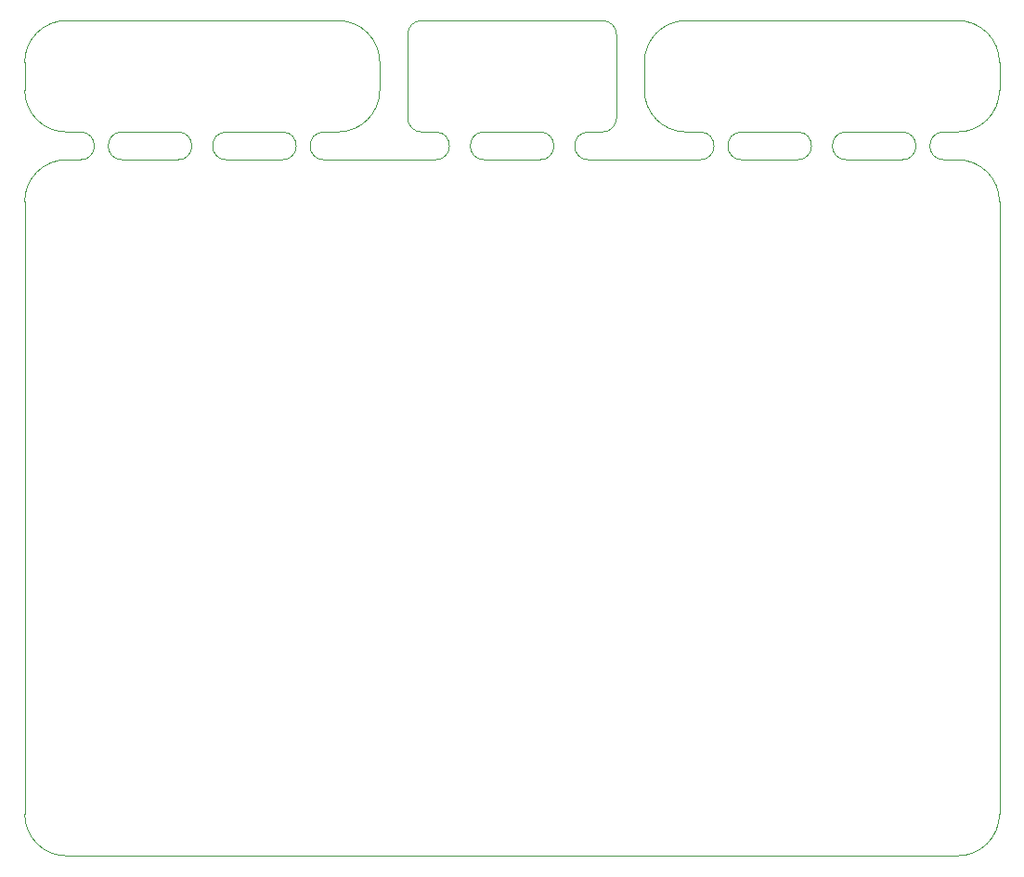
<source format=gbr>
%TF.GenerationSoftware,KiCad,Pcbnew,7.0.1-0*%
%TF.CreationDate,2023-03-30T00:17:17-04:00*%
%TF.ProjectId,CHRP400,43485250-3430-4302-9e6b-696361645f70,0*%
%TF.SameCoordinates,Original*%
%TF.FileFunction,Profile,NP*%
%FSLAX46Y46*%
G04 Gerber Fmt 4.6, Leading zero omitted, Abs format (unit mm)*
G04 Created by KiCad (PCBNEW 7.0.1-0) date 2023-03-30 00:17:17*
%MOMM*%
%LPD*%
G01*
G04 APERTURE LIST*
%TA.AperFunction,Profile*%
%ADD10C,0.050800*%
%TD*%
G04 APERTURE END LIST*
D10*
X153035000Y-57150000D02*
X163195000Y-57150000D01*
X155575000Y-45720000D02*
G75*
G03*
X154305000Y-44450000I-1270000J0D01*
G01*
X176530000Y-57150000D02*
X181610000Y-57150000D01*
X101600000Y-60960000D02*
X101600000Y-116840000D01*
X128905000Y-54610000D02*
G75*
G03*
X128905000Y-57150000I0J-1270000D01*
G01*
X158115000Y-48260000D02*
X158115000Y-50800000D01*
X128905000Y-57150000D02*
X139065000Y-57150000D01*
X155575000Y-45720000D02*
X155575000Y-53340000D01*
X153035000Y-54610000D02*
X154305000Y-54610000D01*
X167005000Y-54610000D02*
G75*
G03*
X167005000Y-57150000I0J-1270000D01*
G01*
X128905000Y-54610000D02*
X130175000Y-54610000D01*
X136525000Y-53340000D02*
G75*
G03*
X137795000Y-54610000I1270000J0D01*
G01*
X130175000Y-54610000D02*
G75*
G03*
X133985000Y-50800000I0J3810000D01*
G01*
X115570000Y-57150000D02*
G75*
G03*
X115570000Y-54610000I0J1270000D01*
G01*
X133985000Y-48260000D02*
X133985000Y-50800000D01*
X186690000Y-54610000D02*
X185420000Y-54610000D01*
X105410000Y-120650000D02*
X186690000Y-120650000D01*
X158115000Y-50800000D02*
G75*
G03*
X161925000Y-54610000I3810000J0D01*
G01*
X190500000Y-116840000D02*
X190500000Y-60960000D01*
X133985000Y-48260000D02*
G75*
G03*
X130175000Y-44450000I-3810000J0D01*
G01*
X105410000Y-44450000D02*
G75*
G03*
X101600000Y-48260000I0J-3810000D01*
G01*
X101600000Y-50800000D02*
G75*
G03*
X105410000Y-54610000I3810000J0D01*
G01*
X176530000Y-54610000D02*
G75*
G03*
X176530000Y-57150000I0J-1270000D01*
G01*
X161925000Y-54610000D02*
X163195000Y-54610000D01*
X190500000Y-48260000D02*
X190500000Y-50800000D01*
X136525000Y-45720000D02*
X136525000Y-53340000D01*
X186690000Y-54610000D02*
G75*
G03*
X190500000Y-50800000I0J3810000D01*
G01*
X190500000Y-48260000D02*
G75*
G03*
X186690000Y-44450000I-3810000J0D01*
G01*
X167005000Y-57150000D02*
X172085000Y-57150000D01*
X154305000Y-54610000D02*
G75*
G03*
X155575000Y-53340000I0J1270000D01*
G01*
X105410000Y-57150000D02*
G75*
G03*
X101600000Y-60960000I0J-3810000D01*
G01*
X161925000Y-44450000D02*
G75*
G03*
X158115000Y-48260000I0J-3810000D01*
G01*
X105410000Y-54610000D02*
X106680000Y-54610000D01*
X101600000Y-116840000D02*
G75*
G03*
X105410000Y-120650000I3810000J0D01*
G01*
X176530000Y-54610000D02*
X181610000Y-54610000D01*
X143510000Y-54610000D02*
G75*
G03*
X143510000Y-57150000I0J-1270000D01*
G01*
X190500000Y-60960000D02*
G75*
G03*
X186690000Y-57150000I-3810000J0D01*
G01*
X153035000Y-54610000D02*
G75*
G03*
X153035000Y-57150000I0J-1270000D01*
G01*
X105410000Y-57150000D02*
X106680000Y-57150000D01*
X186690000Y-57150000D02*
X185420000Y-57150000D01*
X137795000Y-54610000D02*
X139065000Y-54610000D01*
X110490000Y-54610000D02*
X115570000Y-54610000D01*
X120015000Y-57150000D02*
X125095000Y-57150000D01*
X167005000Y-54610000D02*
X172085000Y-54610000D01*
X163195000Y-57150000D02*
G75*
G03*
X163195000Y-54610000I0J1270000D01*
G01*
X110490000Y-54610000D02*
G75*
G03*
X110490000Y-57150000I0J-1270000D01*
G01*
X172085000Y-57150000D02*
G75*
G03*
X172085000Y-54610000I0J1270000D01*
G01*
X120015000Y-54610000D02*
G75*
G03*
X120015000Y-57150000I0J-1270000D01*
G01*
X143510000Y-57150000D02*
X148590000Y-57150000D01*
X186690000Y-120650000D02*
G75*
G03*
X190500000Y-116840000I0J3810000D01*
G01*
X148590000Y-57150000D02*
G75*
G03*
X148590000Y-54610000I0J1270000D01*
G01*
X130175000Y-44450000D02*
X105410000Y-44450000D01*
X120015000Y-54610000D02*
X125095000Y-54610000D01*
X154305000Y-44450000D02*
X137795000Y-44450000D01*
X110490000Y-57150000D02*
X115570000Y-57150000D01*
X185420000Y-54610000D02*
G75*
G03*
X185420000Y-57150000I0J-1270000D01*
G01*
X137795000Y-44450000D02*
G75*
G03*
X136525000Y-45720000I0J-1270000D01*
G01*
X186690000Y-44450000D02*
X161925000Y-44450000D01*
X106680000Y-57150000D02*
G75*
G03*
X106680000Y-54610000I0J1270000D01*
G01*
X143510000Y-54610000D02*
X148590000Y-54610000D01*
X139065000Y-57150000D02*
G75*
G03*
X139065000Y-54610000I0J1270000D01*
G01*
X181610000Y-57150000D02*
G75*
G03*
X181610000Y-54610000I0J1270000D01*
G01*
X125095000Y-57150000D02*
G75*
G03*
X125095000Y-54610000I0J1270000D01*
G01*
X101600000Y-48260000D02*
X101600000Y-50800000D01*
M02*

</source>
